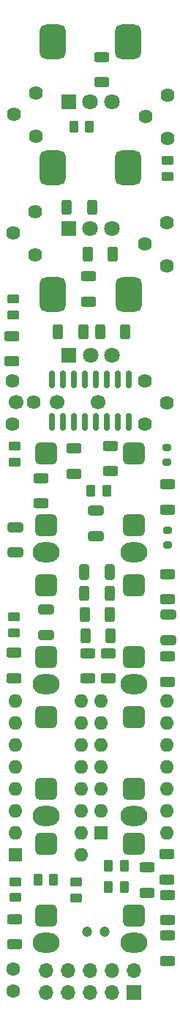
<source format=gbr>
%TF.GenerationSoftware,KiCad,Pcbnew,7.0.2*%
%TF.CreationDate,2023-06-26T14:18:18-04:00*%
%TF.ProjectId,as3340_no_mux,61733333-3430-45f6-9e6f-5f6d75782e6b,rev?*%
%TF.SameCoordinates,Original*%
%TF.FileFunction,Soldermask,Bot*%
%TF.FilePolarity,Negative*%
%FSLAX46Y46*%
G04 Gerber Fmt 4.6, Leading zero omitted, Abs format (unit mm)*
G04 Created by KiCad (PCBNEW 7.0.2) date 2023-06-26 14:18:18*
%MOMM*%
%LPD*%
G01*
G04 APERTURE LIST*
G04 Aperture macros list*
%AMRoundRect*
0 Rectangle with rounded corners*
0 $1 Rounding radius*
0 $2 $3 $4 $5 $6 $7 $8 $9 X,Y pos of 4 corners*
0 Add a 4 corners polygon primitive as box body*
4,1,4,$2,$3,$4,$5,$6,$7,$8,$9,$2,$3,0*
0 Add four circle primitives for the rounded corners*
1,1,$1+$1,$2,$3*
1,1,$1+$1,$4,$5*
1,1,$1+$1,$6,$7*
1,1,$1+$1,$8,$9*
0 Add four rect primitives between the rounded corners*
20,1,$1+$1,$2,$3,$4,$5,0*
20,1,$1+$1,$4,$5,$6,$7,0*
20,1,$1+$1,$6,$7,$8,$9,0*
20,1,$1+$1,$8,$9,$2,$3,0*%
G04 Aperture macros list end*
%ADD10RoundRect,0.250000X0.450000X-0.262500X0.450000X0.262500X-0.450000X0.262500X-0.450000X-0.262500X0*%
%ADD11RoundRect,0.250000X-0.450000X0.262500X-0.450000X-0.262500X0.450000X-0.262500X0.450000X0.262500X0*%
%ADD12RoundRect,0.250000X-0.262500X-0.450000X0.262500X-0.450000X0.262500X0.450000X-0.262500X0.450000X0*%
%ADD13RoundRect,0.250000X0.262500X0.450000X-0.262500X0.450000X-0.262500X-0.450000X0.262500X-0.450000X0*%
%ADD14RoundRect,0.200000X-0.275000X0.200000X-0.275000X-0.200000X0.275000X-0.200000X0.275000X0.200000X0*%
%ADD15RoundRect,0.200000X0.275000X-0.200000X0.275000X0.200000X-0.275000X0.200000X-0.275000X-0.200000X0*%
%ADD16O,3.100000X2.300000*%
%ADD17RoundRect,0.650000X-0.650000X-0.650000X0.650000X-0.650000X0.650000X0.650000X-0.650000X0.650000X0*%
%ADD18C,1.600000*%
%ADD19R,1.800000X1.800000*%
%ADD20C,1.800000*%
%ADD21RoundRect,0.750000X0.750000X-1.250000X0.750000X1.250000X-0.750000X1.250000X-0.750000X-1.250000X0*%
%ADD22C,1.700000*%
%ADD23RoundRect,0.250000X0.325000X0.650000X-0.325000X0.650000X-0.325000X-0.650000X0.325000X-0.650000X0*%
%ADD24C,1.620000*%
%ADD25RoundRect,0.250000X0.625000X-0.312500X0.625000X0.312500X-0.625000X0.312500X-0.625000X-0.312500X0*%
%ADD26RoundRect,0.250000X-0.312500X-0.625000X0.312500X-0.625000X0.312500X0.625000X-0.312500X0.625000X0*%
%ADD27RoundRect,0.250000X-0.625000X0.312500X-0.625000X-0.312500X0.625000X-0.312500X0.625000X0.312500X0*%
%ADD28RoundRect,0.250000X0.312500X0.625000X-0.312500X0.625000X-0.312500X-0.625000X0.312500X-0.625000X0*%
%ADD29R,1.600000X1.600000*%
%ADD30O,1.600000X1.600000*%
%ADD31RoundRect,0.150000X-0.150000X0.825000X-0.150000X-0.825000X0.150000X-0.825000X0.150000X0.825000X0*%
%ADD32RoundRect,0.250000X0.650000X-0.325000X0.650000X0.325000X-0.650000X0.325000X-0.650000X-0.325000X0*%
%ADD33R,1.700000X1.700000*%
%ADD34O,1.700000X1.700000*%
%ADD35RoundRect,0.250000X-0.650000X0.325000X-0.650000X-0.325000X0.650000X-0.325000X0.650000X0.325000X0*%
%ADD36C,1.200000*%
G04 APERTURE END LIST*
D10*
%TO.C,R60*%
X179120800Y-105103300D03*
X179120800Y-103278300D03*
%TD*%
D11*
%TO.C,R55*%
X179222400Y-83567900D03*
X179222400Y-85392900D03*
%TD*%
%TO.C,R54*%
X179070000Y-66560600D03*
X179070000Y-68385600D03*
%TD*%
D12*
%TO.C,R46*%
X190095500Y-134493000D03*
X191920500Y-134493000D03*
%TD*%
%TO.C,R40*%
X190095500Y-132080000D03*
X191920500Y-132080000D03*
%TD*%
D13*
%TO.C,R39*%
X183741700Y-133654800D03*
X181916700Y-133654800D03*
%TD*%
D11*
%TO.C,R38*%
X179324000Y-133910700D03*
X179324000Y-135735700D03*
%TD*%
D14*
%TO.C,R10*%
X196850000Y-83757000D03*
X196850000Y-85407000D03*
%TD*%
D11*
%TO.C,R9*%
X186385200Y-133961500D03*
X186385200Y-135786500D03*
%TD*%
D12*
%TO.C,R8*%
X186082300Y-46634400D03*
X187907300Y-46634400D03*
%TD*%
D13*
%TO.C,R7*%
X189888500Y-88747600D03*
X188063500Y-88747600D03*
%TD*%
D10*
%TO.C,R5*%
X196900800Y-52372900D03*
X196900800Y-50547900D03*
%TD*%
D15*
%TO.C,R1*%
X196900800Y-94957400D03*
X196900800Y-93307400D03*
%TD*%
D16*
%TO.C,J15*%
X193040000Y-126290000D03*
D17*
X193040000Y-114890000D03*
X193040000Y-123190000D03*
%TD*%
D16*
%TO.C,J1*%
X182880000Y-95810000D03*
D17*
X182880000Y-84410000D03*
X182880000Y-92710000D03*
%TD*%
D16*
%TO.C,J5*%
X182880000Y-126290000D03*
D17*
X182880000Y-114890000D03*
X182880000Y-123190000D03*
%TD*%
D18*
%TO.C,D1*%
X179070000Y-146538000D03*
X179070000Y-144038000D03*
%TD*%
D16*
%TO.C,J2*%
X182880000Y-140940000D03*
D17*
X182880000Y-129540000D03*
X182880000Y-137840000D03*
%TD*%
D16*
%TO.C,J12*%
X193040000Y-95810000D03*
D17*
X193040000Y-84410000D03*
X193040000Y-92710000D03*
%TD*%
D19*
%TO.C,THONKY_FINE_CV1*%
X185500000Y-58420000D03*
D20*
X188000000Y-58420000D03*
X190500000Y-58420000D03*
D21*
X183600000Y-51420000D03*
X192400000Y-51420000D03*
%TD*%
D22*
%TO.C,SW1*%
X179450000Y-78486000D03*
X184150000Y-78486000D03*
X188850000Y-78486000D03*
%TD*%
D16*
%TO.C,J13*%
X193040000Y-111050000D03*
D17*
X193040000Y-99650000D03*
X193040000Y-107950000D03*
%TD*%
D16*
%TO.C,J4*%
X182880000Y-111050000D03*
D17*
X182880000Y-99650000D03*
X182880000Y-107950000D03*
%TD*%
D19*
%TO.C,THONKY_COURSE_CV1*%
X185500000Y-43775000D03*
D20*
X188000000Y-43775000D03*
X190500000Y-43775000D03*
D21*
X183600000Y-36775000D03*
X192400000Y-36775000D03*
%TD*%
D19*
%TO.C,THONKY_PWM1*%
X185505000Y-73040000D03*
D20*
X188005000Y-73040000D03*
X190505000Y-73040000D03*
D21*
X183605000Y-66040000D03*
X192405000Y-66040000D03*
%TD*%
D16*
%TO.C,J14*%
X193040000Y-140940000D03*
D17*
X193040000Y-129540000D03*
X193040000Y-137840000D03*
%TD*%
D23*
%TO.C,C1*%
X190247800Y-98145600D03*
X187297800Y-98145600D03*
%TD*%
D24*
%TO.C,NOT_THOONKY_SineBiasTrim1*%
X178943000Y-80986000D03*
X181443000Y-78486000D03*
X178943000Y-75986000D03*
%TD*%
%TO.C,NOT_THONKY_HF_TRACK1*%
X181665000Y-42712000D03*
X179165000Y-45212000D03*
X181665000Y-47712000D03*
%TD*%
D25*
%TO.C,R69*%
X196900800Y-101284500D03*
X196900800Y-98359500D03*
%TD*%
D26*
%TO.C,R6*%
X187665900Y-61366400D03*
X190590900Y-61366400D03*
%TD*%
%TO.C,R34*%
X189139100Y-70307200D03*
X192064100Y-70307200D03*
%TD*%
D27*
%TO.C,R4*%
X196900800Y-140117100D03*
X196900800Y-143042100D03*
%TD*%
D25*
%TO.C,R58*%
X179120800Y-110377700D03*
X179120800Y-107452700D03*
%TD*%
D28*
%TO.C,R11*%
X190286100Y-103022400D03*
X187361100Y-103022400D03*
%TD*%
D27*
%TO.C,R37*%
X196951600Y-87996300D03*
X196951600Y-90921300D03*
%TD*%
D26*
%TO.C,R16*%
X185278300Y-55981600D03*
X188203300Y-55981600D03*
%TD*%
D29*
%TO.C,U4*%
X189230000Y-128270000D03*
D30*
X189230000Y-125730000D03*
X189230000Y-123190000D03*
X189230000Y-120650000D03*
X189230000Y-118110000D03*
X189230000Y-115570000D03*
X189230000Y-113030000D03*
X196850000Y-113030000D03*
X196850000Y-115570000D03*
X196850000Y-118110000D03*
X196850000Y-120650000D03*
X196850000Y-123190000D03*
X196850000Y-125730000D03*
X196850000Y-128270000D03*
%TD*%
D27*
%TO.C,R20*%
X186055000Y-83820000D03*
X186055000Y-86745000D03*
%TD*%
D25*
%TO.C,R67*%
X196850000Y-133644100D03*
X196850000Y-130719100D03*
%TD*%
D31*
%TO.C,U1*%
X183515000Y-75822000D03*
X184785000Y-75822000D03*
X186055000Y-75822000D03*
X187325000Y-75822000D03*
X188595000Y-75822000D03*
X189865000Y-75822000D03*
X191135000Y-75822000D03*
X192405000Y-75822000D03*
X192405000Y-80772000D03*
X191135000Y-80772000D03*
X189865000Y-80772000D03*
X188595000Y-80772000D03*
X187325000Y-80772000D03*
X186055000Y-80772000D03*
X184785000Y-80772000D03*
X183515000Y-80772000D03*
%TD*%
D25*
%TO.C,R26*%
X196951600Y-138368500D03*
X196951600Y-135443500D03*
%TD*%
D26*
%TO.C,R64*%
X187411900Y-105460800D03*
X190336900Y-105460800D03*
%TD*%
D27*
%TO.C,R19*%
X179222400Y-138237500D03*
X179222400Y-141162500D03*
%TD*%
%TO.C,R3*%
X190296800Y-83525900D03*
X190296800Y-86450900D03*
%TD*%
D24*
%TO.C,NOT_THINK_SineLevelTrim1*%
X194310000Y-81026000D03*
X196810000Y-78526000D03*
X194310000Y-76026000D03*
%TD*%
D27*
%TO.C,R2*%
X189280800Y-38567900D03*
X189280800Y-41492900D03*
%TD*%
D24*
%TO.C,NOT_THONKY_SineShapeTrim1*%
X181610000Y-56428000D03*
X179110000Y-58928000D03*
X181610000Y-61428000D03*
%TD*%
D27*
%TO.C,R24*%
X182245000Y-87245000D03*
X182245000Y-90170000D03*
%TD*%
D32*
%TO.C,C2*%
X179324000Y-95861400D03*
X179324000Y-92911400D03*
%TD*%
D25*
%TO.C,R17*%
X194564000Y-135193500D03*
X194564000Y-132268500D03*
%TD*%
D26*
%TO.C,R12*%
X187310300Y-100584000D03*
X190235300Y-100584000D03*
%TD*%
D33*
%TO.C,J11*%
X193035000Y-146685000D03*
D34*
X193035000Y-144145000D03*
X190495000Y-146685000D03*
X190495000Y-144145000D03*
X187955000Y-146685000D03*
X187955000Y-144145000D03*
X185415000Y-146685000D03*
X185415000Y-144145000D03*
X182875000Y-146685000D03*
X182875000Y-144145000D03*
%TD*%
D35*
%TO.C,C7*%
X182880000Y-102438200D03*
X182880000Y-105388200D03*
%TD*%
D27*
%TO.C,R51*%
X178917600Y-70825900D03*
X178917600Y-73750900D03*
%TD*%
D28*
%TO.C,R36*%
X187187300Y-70307200D03*
X184262300Y-70307200D03*
%TD*%
D29*
%TO.C,U2*%
X179324000Y-130810000D03*
D30*
X179324000Y-128270000D03*
X179324000Y-125730000D03*
X179324000Y-123190000D03*
X179324000Y-120650000D03*
X179324000Y-118110000D03*
X179324000Y-115570000D03*
X179324000Y-113030000D03*
X186944000Y-113030000D03*
X186944000Y-115570000D03*
X186944000Y-118110000D03*
X186944000Y-120650000D03*
X186944000Y-123190000D03*
X186944000Y-125730000D03*
X186944000Y-128270000D03*
X186944000Y-130810000D03*
%TD*%
D24*
%TO.C,NOT+THINKY_CV1*%
X196905000Y-42966000D03*
X194405000Y-45466000D03*
X196905000Y-47966000D03*
%TD*%
D27*
%TO.C,R68*%
X190093600Y-107503500D03*
X190093600Y-110428500D03*
%TD*%
D35*
%TO.C,C9*%
X188620400Y-90981000D03*
X188620400Y-93931000D03*
%TD*%
D27*
%TO.C,R62*%
X187706000Y-107503500D03*
X187706000Y-110428500D03*
%TD*%
D24*
%TO.C,NOT_THINKY_TEMKO1*%
X196850000Y-57698000D03*
X194350000Y-60198000D03*
X196850000Y-62698000D03*
%TD*%
D35*
%TO.C,C3*%
X197002400Y-103020600D03*
X197002400Y-105970600D03*
%TD*%
D25*
%TO.C,R66*%
X196900800Y-110784100D03*
X196900800Y-107859100D03*
%TD*%
D27*
%TO.C,R50*%
X187756800Y-63917100D03*
X187756800Y-66842100D03*
%TD*%
D36*
%TO.C,PolyStirene!C11*%
X189611000Y-139700000D03*
X187611000Y-139700000D03*
%TD*%
M02*

</source>
